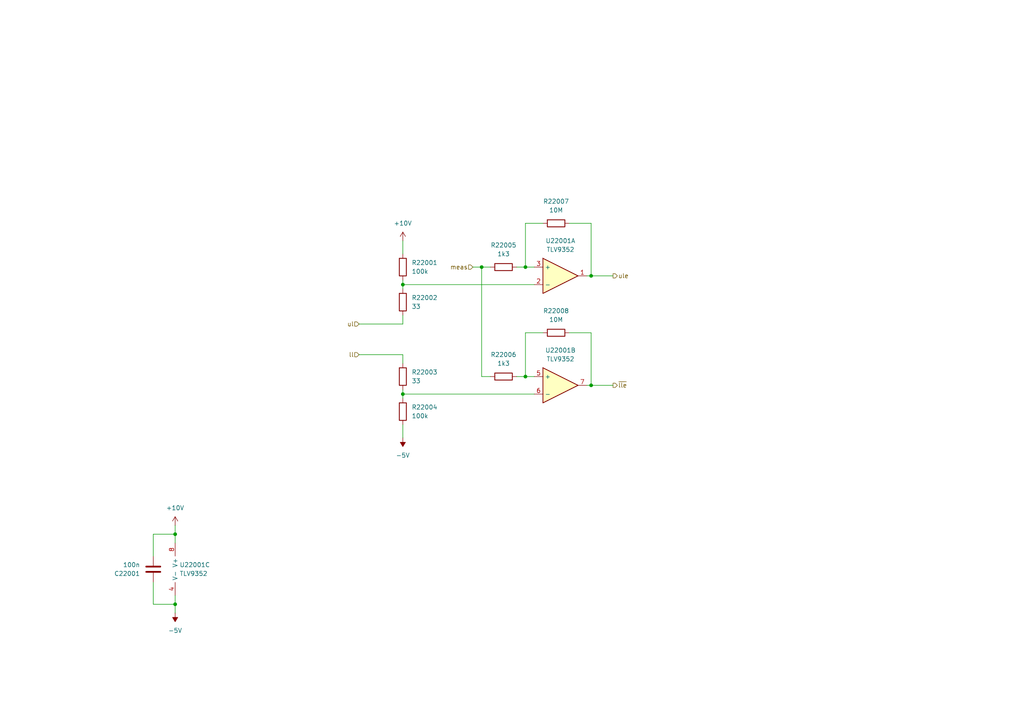
<source format=kicad_sch>
(kicad_sch
	(version 20231120)
	(generator "eeschema")
	(generator_version "8.0")
	(uuid "ae1ebff4-0802-46ce-9771-357455d13324")
	(paper "A4")
	(title_block
		(title "Power Supply Sink")
		(date "2024-10-23")
		(rev "0.4.0")
		(company "Open Battery Tester")
		(comment 1 "Window-Comparator")
	)
	(lib_symbols
		(symbol "pss:+10V"
			(power)
			(pin_numbers hide)
			(pin_names
				(offset 0) hide)
			(exclude_from_sim no)
			(in_bom yes)
			(on_board yes)
			(property "Reference" "#PWR"
				(at 0 -3.81 0)
				(effects
					(font
						(size 1.27 1.27)
					)
					(hide yes)
				)
			)
			(property "Value" "+10V"
				(at 0 3.556 0)
				(effects
					(font
						(size 1.27 1.27)
					)
				)
			)
			(property "Footprint" ""
				(at 0 0 0)
				(effects
					(font
						(size 1.27 1.27)
					)
					(hide yes)
				)
			)
			(property "Datasheet" ""
				(at 0 0 0)
				(effects
					(font
						(size 1.27 1.27)
					)
					(hide yes)
				)
			)
			(property "Description" "Power symbol creates a global label with name \"+10V\""
				(at 0 0 0)
				(effects
					(font
						(size 1.27 1.27)
					)
					(hide yes)
				)
			)
			(property "ki_keywords" "global power"
				(at 0 0 0)
				(effects
					(font
						(size 1.27 1.27)
					)
					(hide yes)
				)
			)
			(symbol "+10V_0_1"
				(polyline
					(pts
						(xy -0.762 1.27) (xy 0 2.54)
					)
					(stroke
						(width 0)
						(type default)
					)
					(fill
						(type none)
					)
				)
				(polyline
					(pts
						(xy 0 0) (xy 0 2.54)
					)
					(stroke
						(width 0)
						(type default)
					)
					(fill
						(type none)
					)
				)
				(polyline
					(pts
						(xy 0 2.54) (xy 0.762 1.27)
					)
					(stroke
						(width 0)
						(type default)
					)
					(fill
						(type none)
					)
				)
			)
			(symbol "+10V_1_1"
				(pin power_in line
					(at 0 0 90)
					(length 0)
					(name "~"
						(effects
							(font
								(size 1.27 1.27)
							)
						)
					)
					(number "1"
						(effects
							(font
								(size 1.27 1.27)
							)
						)
					)
				)
			)
		)
		(symbol "pss:-5V"
			(power)
			(pin_numbers hide)
			(pin_names
				(offset 0) hide)
			(exclude_from_sim no)
			(in_bom yes)
			(on_board yes)
			(property "Reference" "#PWR"
				(at 0 -3.81 0)
				(effects
					(font
						(size 1.27 1.27)
					)
					(hide yes)
				)
			)
			(property "Value" "-5V"
				(at 0 3.556 0)
				(effects
					(font
						(size 1.27 1.27)
					)
				)
			)
			(property "Footprint" ""
				(at 0 0 0)
				(effects
					(font
						(size 1.27 1.27)
					)
					(hide yes)
				)
			)
			(property "Datasheet" ""
				(at 0 0 0)
				(effects
					(font
						(size 1.27 1.27)
					)
					(hide yes)
				)
			)
			(property "Description" "Power symbol creates a global label with name \"-5V\""
				(at 0 0 0)
				(effects
					(font
						(size 1.27 1.27)
					)
					(hide yes)
				)
			)
			(property "ki_keywords" "global power"
				(at 0 0 0)
				(effects
					(font
						(size 1.27 1.27)
					)
					(hide yes)
				)
			)
			(symbol "-5V_0_0"
				(pin power_in line
					(at 0 0 90)
					(length 0)
					(name "~"
						(effects
							(font
								(size 1.27 1.27)
							)
						)
					)
					(number "1"
						(effects
							(font
								(size 1.27 1.27)
							)
						)
					)
				)
			)
			(symbol "-5V_0_1"
				(polyline
					(pts
						(xy 0 0) (xy 0 1.27) (xy 0.762 1.27) (xy 0 2.54) (xy -0.762 1.27) (xy 0 1.27)
					)
					(stroke
						(width 0)
						(type default)
					)
					(fill
						(type outline)
					)
				)
			)
		)
		(symbol "pss:C"
			(pin_numbers hide)
			(pin_names
				(offset 0.254)
			)
			(exclude_from_sim no)
			(in_bom yes)
			(on_board yes)
			(property "Reference" "C"
				(at 0.635 2.54 0)
				(effects
					(font
						(size 1.27 1.27)
					)
					(justify left)
				)
			)
			(property "Value" "C"
				(at 0.635 -2.54 0)
				(effects
					(font
						(size 1.27 1.27)
					)
					(justify left)
				)
			)
			(property "Footprint" ""
				(at 0.9652 -3.81 0)
				(effects
					(font
						(size 1.27 1.27)
					)
					(hide yes)
				)
			)
			(property "Datasheet" "~"
				(at 0 0 0)
				(effects
					(font
						(size 1.27 1.27)
					)
					(hide yes)
				)
			)
			(property "Description" "Unpolarized capacitor"
				(at 0 0 0)
				(effects
					(font
						(size 1.27 1.27)
					)
					(hide yes)
				)
			)
			(property "ki_keywords" "cap capacitor"
				(at 0 0 0)
				(effects
					(font
						(size 1.27 1.27)
					)
					(hide yes)
				)
			)
			(property "ki_fp_filters" "C_*"
				(at 0 0 0)
				(effects
					(font
						(size 1.27 1.27)
					)
					(hide yes)
				)
			)
			(symbol "C_0_1"
				(polyline
					(pts
						(xy -2.032 -0.762) (xy 2.032 -0.762)
					)
					(stroke
						(width 0.508)
						(type default)
					)
					(fill
						(type none)
					)
				)
				(polyline
					(pts
						(xy -2.032 0.762) (xy 2.032 0.762)
					)
					(stroke
						(width 0.508)
						(type default)
					)
					(fill
						(type none)
					)
				)
			)
			(symbol "C_1_1"
				(pin passive line
					(at 0 3.81 270)
					(length 2.794)
					(name "~"
						(effects
							(font
								(size 1.27 1.27)
							)
						)
					)
					(number "1"
						(effects
							(font
								(size 1.27 1.27)
							)
						)
					)
				)
				(pin passive line
					(at 0 -3.81 90)
					(length 2.794)
					(name "~"
						(effects
							(font
								(size 1.27 1.27)
							)
						)
					)
					(number "2"
						(effects
							(font
								(size 1.27 1.27)
							)
						)
					)
				)
			)
		)
		(symbol "pss:Opamp_Dual"
			(exclude_from_sim no)
			(in_bom yes)
			(on_board yes)
			(property "Reference" "U"
				(at 0 5.08 0)
				(effects
					(font
						(size 1.27 1.27)
					)
					(justify left)
				)
			)
			(property "Value" "Opamp_Dual"
				(at 0 -5.08 0)
				(effects
					(font
						(size 1.27 1.27)
					)
					(justify left)
				)
			)
			(property "Footprint" ""
				(at 0 0 0)
				(effects
					(font
						(size 1.27 1.27)
					)
					(hide yes)
				)
			)
			(property "Datasheet" "~"
				(at 0 0 0)
				(effects
					(font
						(size 1.27 1.27)
					)
					(hide yes)
				)
			)
			(property "Description" "Dual operational amplifier"
				(at 0 0 0)
				(effects
					(font
						(size 1.27 1.27)
					)
					(hide yes)
				)
			)
			(property "Sim.Library" "${KICAD7_SYMBOL_DIR}/Simulation_SPICE.sp"
				(at 0 0 0)
				(effects
					(font
						(size 1.27 1.27)
					)
					(hide yes)
				)
			)
			(property "Sim.Name" "kicad_builtin_opamp_dual"
				(at 0 0 0)
				(effects
					(font
						(size 1.27 1.27)
					)
					(hide yes)
				)
			)
			(property "Sim.Device" "SUBCKT"
				(at 0 0 0)
				(effects
					(font
						(size 1.27 1.27)
					)
					(hide yes)
				)
			)
			(property "Sim.Pins" "1=out1 2=in1- 3=in1+ 4=vee 5=in2+ 6=in2- 7=out2 8=vcc"
				(at 0 0 0)
				(effects
					(font
						(size 1.27 1.27)
					)
					(hide yes)
				)
			)
			(property "ki_locked" ""
				(at 0 0 0)
				(effects
					(font
						(size 1.27 1.27)
					)
				)
			)
			(property "ki_keywords" "dual opamp"
				(at 0 0 0)
				(effects
					(font
						(size 1.27 1.27)
					)
					(hide yes)
				)
			)
			(property "ki_fp_filters" "SOIC*3.9x4.9mm*P1.27mm* DIP*W7.62mm* MSOP*3x3mm*P0.65mm* SSOP*2.95x2.8mm*P0.65mm* TSSOP*3x3mm*P0.65mm* VSSOP*P0.5mm* TO?99*"
				(at 0 0 0)
				(effects
					(font
						(size 1.27 1.27)
					)
					(hide yes)
				)
			)
			(symbol "Opamp_Dual_1_1"
				(polyline
					(pts
						(xy -5.08 5.08) (xy 5.08 0) (xy -5.08 -5.08) (xy -5.08 5.08)
					)
					(stroke
						(width 0.254)
						(type default)
					)
					(fill
						(type background)
					)
				)
				(pin output line
					(at 7.62 0 180)
					(length 2.54)
					(name "~"
						(effects
							(font
								(size 1.27 1.27)
							)
						)
					)
					(number "1"
						(effects
							(font
								(size 1.27 1.27)
							)
						)
					)
				)
				(pin input line
					(at -7.62 -2.54 0)
					(length 2.54)
					(name "-"
						(effects
							(font
								(size 1.27 1.27)
							)
						)
					)
					(number "2"
						(effects
							(font
								(size 1.27 1.27)
							)
						)
					)
				)
				(pin input line
					(at -7.62 2.54 0)
					(length 2.54)
					(name "+"
						(effects
							(font
								(size 1.27 1.27)
							)
						)
					)
					(number "3"
						(effects
							(font
								(size 1.27 1.27)
							)
						)
					)
				)
			)
			(symbol "Opamp_Dual_2_1"
				(polyline
					(pts
						(xy -5.08 5.08) (xy 5.08 0) (xy -5.08 -5.08) (xy -5.08 5.08)
					)
					(stroke
						(width 0.254)
						(type default)
					)
					(fill
						(type background)
					)
				)
				(pin input line
					(at -7.62 2.54 0)
					(length 2.54)
					(name "+"
						(effects
							(font
								(size 1.27 1.27)
							)
						)
					)
					(number "5"
						(effects
							(font
								(size 1.27 1.27)
							)
						)
					)
				)
				(pin input line
					(at -7.62 -2.54 0)
					(length 2.54)
					(name "-"
						(effects
							(font
								(size 1.27 1.27)
							)
						)
					)
					(number "6"
						(effects
							(font
								(size 1.27 1.27)
							)
						)
					)
				)
				(pin output line
					(at 7.62 0 180)
					(length 2.54)
					(name "~"
						(effects
							(font
								(size 1.27 1.27)
							)
						)
					)
					(number "7"
						(effects
							(font
								(size 1.27 1.27)
							)
						)
					)
				)
			)
			(symbol "Opamp_Dual_3_1"
				(pin power_in line
					(at -2.54 -7.62 90)
					(length 3.81)
					(name "V-"
						(effects
							(font
								(size 1.27 1.27)
							)
						)
					)
					(number "4"
						(effects
							(font
								(size 1.27 1.27)
							)
						)
					)
				)
				(pin power_in line
					(at -2.54 7.62 270)
					(length 3.81)
					(name "V+"
						(effects
							(font
								(size 1.27 1.27)
							)
						)
					)
					(number "8"
						(effects
							(font
								(size 1.27 1.27)
							)
						)
					)
				)
			)
		)
		(symbol "pss:R"
			(pin_numbers hide)
			(pin_names
				(offset 0)
			)
			(exclude_from_sim no)
			(in_bom yes)
			(on_board yes)
			(property "Reference" "R"
				(at 2.032 0 90)
				(effects
					(font
						(size 1.27 1.27)
					)
				)
			)
			(property "Value" "R"
				(at 0 0 90)
				(effects
					(font
						(size 1.27 1.27)
					)
				)
			)
			(property "Footprint" ""
				(at -1.778 0 90)
				(effects
					(font
						(size 1.27 1.27)
					)
					(hide yes)
				)
			)
			(property "Datasheet" "~"
				(at 0 0 0)
				(effects
					(font
						(size 1.27 1.27)
					)
					(hide yes)
				)
			)
			(property "Description" "Resistor"
				(at 0 0 0)
				(effects
					(font
						(size 1.27 1.27)
					)
					(hide yes)
				)
			)
			(property "ki_keywords" "R res resistor"
				(at 0 0 0)
				(effects
					(font
						(size 1.27 1.27)
					)
					(hide yes)
				)
			)
			(property "ki_fp_filters" "R_*"
				(at 0 0 0)
				(effects
					(font
						(size 1.27 1.27)
					)
					(hide yes)
				)
			)
			(symbol "R_0_1"
				(rectangle
					(start -1.016 -2.54)
					(end 1.016 2.54)
					(stroke
						(width 0.254)
						(type default)
					)
					(fill
						(type none)
					)
				)
			)
			(symbol "R_1_1"
				(pin passive line
					(at 0 3.81 270)
					(length 1.27)
					(name "~"
						(effects
							(font
								(size 1.27 1.27)
							)
						)
					)
					(number "1"
						(effects
							(font
								(size 1.27 1.27)
							)
						)
					)
				)
				(pin passive line
					(at 0 -3.81 90)
					(length 1.27)
					(name "~"
						(effects
							(font
								(size 1.27 1.27)
							)
						)
					)
					(number "2"
						(effects
							(font
								(size 1.27 1.27)
							)
						)
					)
				)
			)
		)
	)
	(junction
		(at 116.84 114.3)
		(diameter 0)
		(color 0 0 0 0)
		(uuid "03333c95-8f1e-4b3c-a695-fc92bd5ecfe1")
	)
	(junction
		(at 50.8 175.26)
		(diameter 0)
		(color 0 0 0 0)
		(uuid "10c004fd-773a-4c4b-ba30-44f8a0e3912a")
	)
	(junction
		(at 171.45 111.76)
		(diameter 0)
		(color 0 0 0 0)
		(uuid "3511961e-a326-442d-b26e-c68405ac2f06")
	)
	(junction
		(at 152.4 109.22)
		(diameter 0)
		(color 0 0 0 0)
		(uuid "5a5ad3bc-20fc-4285-b21c-afc86e5609d7")
	)
	(junction
		(at 171.45 80.01)
		(diameter 0)
		(color 0 0 0 0)
		(uuid "78b0e660-5a2e-4e20-be25-f19950f338db")
	)
	(junction
		(at 139.7 77.47)
		(diameter 0)
		(color 0 0 0 0)
		(uuid "845a89c5-e43a-444c-8cca-3bba87f29fd9")
	)
	(junction
		(at 116.84 82.55)
		(diameter 0)
		(color 0 0 0 0)
		(uuid "d9b98f10-fd9f-4502-b93b-7733e70b3ca6")
	)
	(junction
		(at 50.8 154.94)
		(diameter 0)
		(color 0 0 0 0)
		(uuid "fa5f7131-1df0-4eaf-aee1-993a25a45038")
	)
	(junction
		(at 152.4 77.47)
		(diameter 0)
		(color 0 0 0 0)
		(uuid "fbe935a7-d7c9-4b7e-ab53-8f5f4db0f10d")
	)
	(wire
		(pts
			(xy 139.7 77.47) (xy 142.24 77.47)
		)
		(stroke
			(width 0)
			(type default)
		)
		(uuid "04153775-b4da-4f3d-a118-3cf0a03114e1")
	)
	(wire
		(pts
			(xy 116.84 102.87) (xy 116.84 105.41)
		)
		(stroke
			(width 0)
			(type default)
		)
		(uuid "2d7a9f6c-4e94-492c-9ce9-e73f9b3993dc")
	)
	(wire
		(pts
			(xy 116.84 123.19) (xy 116.84 127)
		)
		(stroke
			(width 0)
			(type default)
		)
		(uuid "2e42aa77-33e7-489d-8df4-22babf3c9677")
	)
	(wire
		(pts
			(xy 142.24 109.22) (xy 139.7 109.22)
		)
		(stroke
			(width 0)
			(type default)
		)
		(uuid "376a2625-38dc-48bb-8ca5-65b72ed79e6d")
	)
	(wire
		(pts
			(xy 171.45 80.01) (xy 177.8 80.01)
		)
		(stroke
			(width 0)
			(type default)
		)
		(uuid "4ba3abab-68c6-4577-b9f5-bb4688e7150e")
	)
	(wire
		(pts
			(xy 165.1 96.52) (xy 171.45 96.52)
		)
		(stroke
			(width 0)
			(type default)
		)
		(uuid "4c270a56-f632-4e1e-987c-2a85fe00e320")
	)
	(wire
		(pts
			(xy 171.45 80.01) (xy 170.18 80.01)
		)
		(stroke
			(width 0)
			(type default)
		)
		(uuid "4f1a4e8f-3a15-4059-9d93-ad443c05d31e")
	)
	(wire
		(pts
			(xy 171.45 96.52) (xy 171.45 111.76)
		)
		(stroke
			(width 0)
			(type default)
		)
		(uuid "511c94e2-d61b-452e-a835-4117e6d10ef7")
	)
	(wire
		(pts
			(xy 149.86 77.47) (xy 152.4 77.47)
		)
		(stroke
			(width 0)
			(type default)
		)
		(uuid "5a69e842-7943-4838-8f45-cfdafbc2fe0e")
	)
	(wire
		(pts
			(xy 50.8 175.26) (xy 50.8 177.8)
		)
		(stroke
			(width 0)
			(type default)
		)
		(uuid "636c47ac-f803-4bed-ad1f-7ad7d44ffe2b")
	)
	(wire
		(pts
			(xy 157.48 64.77) (xy 152.4 64.77)
		)
		(stroke
			(width 0)
			(type default)
		)
		(uuid "64590726-eda0-4e13-8b3e-25eee9947a81")
	)
	(wire
		(pts
			(xy 50.8 152.4) (xy 50.8 154.94)
		)
		(stroke
			(width 0)
			(type default)
		)
		(uuid "6623b12c-707d-4b39-8c47-60f871abf4fe")
	)
	(wire
		(pts
			(xy 152.4 109.22) (xy 154.94 109.22)
		)
		(stroke
			(width 0)
			(type default)
		)
		(uuid "69b0b917-2f12-479c-b859-16ce8690d584")
	)
	(wire
		(pts
			(xy 152.4 64.77) (xy 152.4 77.47)
		)
		(stroke
			(width 0)
			(type default)
		)
		(uuid "71677361-19de-47db-a2b9-22a3ebca1249")
	)
	(wire
		(pts
			(xy 116.84 114.3) (xy 154.94 114.3)
		)
		(stroke
			(width 0)
			(type default)
		)
		(uuid "821b8455-a9b2-41a1-8906-6d8490cfb317")
	)
	(wire
		(pts
			(xy 44.45 154.94) (xy 50.8 154.94)
		)
		(stroke
			(width 0)
			(type default)
		)
		(uuid "83186cf4-9fcc-43e9-8cac-9fa842c47278")
	)
	(wire
		(pts
			(xy 50.8 154.94) (xy 50.8 157.48)
		)
		(stroke
			(width 0)
			(type default)
		)
		(uuid "8dd09496-3858-4a64-8226-ead1c08dde34")
	)
	(wire
		(pts
			(xy 116.84 69.85) (xy 116.84 73.66)
		)
		(stroke
			(width 0)
			(type default)
		)
		(uuid "a181a0d8-9564-4a3d-8f5a-4775a6734748")
	)
	(wire
		(pts
			(xy 44.45 175.26) (xy 50.8 175.26)
		)
		(stroke
			(width 0)
			(type default)
		)
		(uuid "a1852a26-dda9-48b9-9281-2065ee886c9b")
	)
	(wire
		(pts
			(xy 44.45 168.91) (xy 44.45 175.26)
		)
		(stroke
			(width 0)
			(type default)
		)
		(uuid "a6d77dbb-dca9-49c4-95d6-4baad5ab78ef")
	)
	(wire
		(pts
			(xy 104.14 93.98) (xy 116.84 93.98)
		)
		(stroke
			(width 0)
			(type default)
		)
		(uuid "ab1dde44-eec6-465a-b208-4e604da6c28e")
	)
	(wire
		(pts
			(xy 116.84 93.98) (xy 116.84 91.44)
		)
		(stroke
			(width 0)
			(type default)
		)
		(uuid "ac4aa193-8e4e-4681-b7d8-b5ccd7c7672f")
	)
	(wire
		(pts
			(xy 154.94 82.55) (xy 116.84 82.55)
		)
		(stroke
			(width 0)
			(type default)
		)
		(uuid "b23a6bb8-516a-4212-a31f-cf3c699bf589")
	)
	(wire
		(pts
			(xy 116.84 114.3) (xy 116.84 115.57)
		)
		(stroke
			(width 0)
			(type default)
		)
		(uuid "b3617eeb-9259-47b2-bbb8-e0d651fb1842")
	)
	(wire
		(pts
			(xy 171.45 64.77) (xy 171.45 80.01)
		)
		(stroke
			(width 0)
			(type default)
		)
		(uuid "b826e335-f122-47cc-9272-7987df213d44")
	)
	(wire
		(pts
			(xy 44.45 161.29) (xy 44.45 154.94)
		)
		(stroke
			(width 0)
			(type default)
		)
		(uuid "bddc4f3c-bdcd-489d-872f-fe21b154629f")
	)
	(wire
		(pts
			(xy 116.84 81.28) (xy 116.84 82.55)
		)
		(stroke
			(width 0)
			(type default)
		)
		(uuid "bea97835-bd54-4ee4-9a55-20979e3734d7")
	)
	(wire
		(pts
			(xy 157.48 96.52) (xy 152.4 96.52)
		)
		(stroke
			(width 0)
			(type default)
		)
		(uuid "c29093f3-6d69-4525-be16-cb9c6d7d9c41")
	)
	(wire
		(pts
			(xy 116.84 82.55) (xy 116.84 83.82)
		)
		(stroke
			(width 0)
			(type default)
		)
		(uuid "cb303680-a139-41e0-8d46-45e8faab8ea0")
	)
	(wire
		(pts
			(xy 152.4 77.47) (xy 154.94 77.47)
		)
		(stroke
			(width 0)
			(type default)
		)
		(uuid "ce4f1fd7-0229-4d0e-9419-e69798329f01")
	)
	(wire
		(pts
			(xy 165.1 64.77) (xy 171.45 64.77)
		)
		(stroke
			(width 0)
			(type default)
		)
		(uuid "d2c92ac8-6295-4b10-8a4d-79dc114c3578")
	)
	(wire
		(pts
			(xy 137.16 77.47) (xy 139.7 77.47)
		)
		(stroke
			(width 0)
			(type default)
		)
		(uuid "d71012d2-e357-4885-84a3-59db86e9b945")
	)
	(wire
		(pts
			(xy 50.8 172.72) (xy 50.8 175.26)
		)
		(stroke
			(width 0)
			(type default)
		)
		(uuid "e369c9bb-e876-4468-91ad-e2b003403ae7")
	)
	(wire
		(pts
			(xy 104.14 102.87) (xy 116.84 102.87)
		)
		(stroke
			(width 0)
			(type default)
		)
		(uuid "e36c8945-ca5b-4b2a-814a-78118d92f007")
	)
	(wire
		(pts
			(xy 149.86 109.22) (xy 152.4 109.22)
		)
		(stroke
			(width 0)
			(type default)
		)
		(uuid "ee99ee50-1b36-484e-9259-335c9b7e981a")
	)
	(wire
		(pts
			(xy 152.4 96.52) (xy 152.4 109.22)
		)
		(stroke
			(width 0)
			(type default)
		)
		(uuid "f37333f6-9f4c-4bfc-97ae-f939ff1dde33")
	)
	(wire
		(pts
			(xy 170.18 111.76) (xy 171.45 111.76)
		)
		(stroke
			(width 0)
			(type default)
		)
		(uuid "f7f922e8-4e87-4550-a345-7b553db29007")
	)
	(wire
		(pts
			(xy 171.45 111.76) (xy 177.8 111.76)
		)
		(stroke
			(width 0)
			(type default)
		)
		(uuid "ff0d239c-c17d-465d-bbd5-bf626f195d9f")
	)
	(wire
		(pts
			(xy 116.84 113.03) (xy 116.84 114.3)
		)
		(stroke
			(width 0)
			(type default)
		)
		(uuid "ff5a806b-0fba-4945-bacb-622bf33474d4")
	)
	(wire
		(pts
			(xy 139.7 77.47) (xy 139.7 109.22)
		)
		(stroke
			(width 0)
			(type default)
		)
		(uuid "ffd746e0-0b5a-4bea-9c97-686d3d85c2af")
	)
	(hierarchical_label "ll"
		(shape input)
		(at 104.14 102.87 180)
		(fields_autoplaced yes)
		(effects
			(font
				(size 1.27 1.27)
			)
			(justify right)
		)
		(uuid "05121cf2-04f5-45ed-9e51-610578b103fe")
	)
	(hierarchical_label "ul"
		(shape input)
		(at 104.14 93.98 180)
		(fields_autoplaced yes)
		(effects
			(font
				(size 1.27 1.27)
			)
			(justify right)
		)
		(uuid "11a26c67-985d-427a-a28e-16373a415444")
	)
	(hierarchical_label "ule"
		(shape output)
		(at 177.8 80.01 0)
		(fields_autoplaced yes)
		(effects
			(font
				(size 1.27 1.27)
			)
			(justify left)
		)
		(uuid "14a23796-b289-4acc-a151-414415361262")
	)
	(hierarchical_label "meas"
		(shape input)
		(at 137.16 77.47 180)
		(fields_autoplaced yes)
		(effects
			(font
				(size 1.27 1.27)
			)
			(justify right)
		)
		(uuid "2463793b-de2a-4eeb-a2d9-66a563e40bc7")
	)
	(hierarchical_label "~{lle}"
		(shape output)
		(at 177.8 111.76 0)
		(fields_autoplaced yes)
		(effects
			(font
				(size 1.27 1.27)
			)
			(justify left)
		)
		(uuid "f6f7d9b0-2306-495b-a18d-ff37a3cb87ef")
	)
	(symbol
		(lib_id "pss:R")
		(at 116.84 119.38 0)
		(unit 1)
		(exclude_from_sim no)
		(in_bom yes)
		(on_board yes)
		(dnp no)
		(fields_autoplaced yes)
		(uuid "08418c49-f7c2-4c7e-8227-a7b8d7048a5a")
		(property "Reference" "R22004"
			(at 119.38 118.1099 0)
			(effects
				(font
					(size 1.27 1.27)
				)
				(justify left)
			)
		)
		(property "Value" "100k"
			(at 119.38 120.6499 0)
			(effects
				(font
					(size 1.27 1.27)
				)
				(justify left)
			)
		)
		(property "Footprint" "Resistor_SMD:R_1210_3225Metric_Pad1.30x2.65mm_HandSolder"
			(at 115.062 119.38 90)
			(effects
				(font
					(size 1.27 1.27)
				)
				(hide yes)
			)
		)
		(property "Datasheet" "https://www.mouser.de/datasheet/2/447/YAGEO_PYu_RC_Group_51_RoHS_L_12-3313492.pdf"
			(at 116.84 119.38 0)
			(effects
				(font
					(size 1.27 1.27)
				)
				(hide yes)
			)
		)
		(property "Description" "Resistor"
			(at 116.84 119.38 0)
			(effects
				(font
					(size 1.27 1.27)
				)
				(hide yes)
			)
		)
		(property "MPN" "RC1210FR-07100KL"
			(at 116.84 119.38 0)
			(effects
				(font
					(size 1.27 1.27)
				)
				(hide yes)
			)
		)
		(property "VPN" "603-RC1210FR-07100KL"
			(at 116.84 119.38 0)
			(effects
				(font
					(size 1.27 1.27)
				)
				(hide yes)
			)
		)
		(pin "1"
			(uuid "c8099c8b-d578-40c3-a784-038142aa4ce9")
		)
		(pin "2"
			(uuid "788b5cac-2007-48aa-948a-38ea113ebf33")
		)
		(instances
			(project "pss"
				(path "/3c438cf7-9350-4e9f-8115-1deba8984176/baf2b2d2-d00c-49d3-b247-1b42c69022b3/f0ffd999-21e1-4ecc-97cc-621dfe88791c/854e83c3-d665-4da7-a2c9-4ae5fb1019c9/e65c3b78-3b2b-4f8a-bb92-3808512b49dd"
					(reference "R22004")
					(unit 1)
				)
			)
		)
	)
	(symbol
		(lib_id "pss:R")
		(at 161.29 64.77 90)
		(unit 1)
		(exclude_from_sim no)
		(in_bom yes)
		(on_board yes)
		(dnp no)
		(fields_autoplaced yes)
		(uuid "0ba06a1a-cbf0-4d81-bc73-5e636438f0fc")
		(property "Reference" "R22007"
			(at 161.29 58.42 90)
			(effects
				(font
					(size 1.27 1.27)
				)
			)
		)
		(property "Value" "10M"
			(at 161.29 60.96 90)
			(effects
				(font
					(size 1.27 1.27)
				)
			)
		)
		(property "Footprint" "Resistor_SMD:R_1210_3225Metric_Pad1.30x2.65mm_HandSolder"
			(at 161.29 66.548 90)
			(effects
				(font
					(size 1.27 1.27)
				)
				(hide yes)
			)
		)
		(property "Datasheet" "https://www.mouser.de/datasheet/2/447/YAGEO_PYu_RC_Group_51_RoHS_L_12-3313492.pdf"
			(at 161.29 64.77 0)
			(effects
				(font
					(size 1.27 1.27)
				)
				(hide yes)
			)
		)
		(property "Description" "Resistor"
			(at 161.29 64.77 0)
			(effects
				(font
					(size 1.27 1.27)
				)
				(hide yes)
			)
		)
		(property "MPN" "RC1210FR-0710ML"
			(at 161.29 64.77 0)
			(effects
				(font
					(size 1.27 1.27)
				)
				(hide yes)
			)
		)
		(property "VPN" "603-RC1210FR-0710ML"
			(at 161.29 64.77 0)
			(effects
				(font
					(size 1.27 1.27)
				)
				(hide yes)
			)
		)
		(pin "1"
			(uuid "0e9b1fa7-d110-447a-a745-504727d52988")
		)
		(pin "2"
			(uuid "b7a0907e-03e8-42a7-9a60-1c09d1a2553d")
		)
		(instances
			(project "pss"
				(path "/3c438cf7-9350-4e9f-8115-1deba8984176/baf2b2d2-d00c-49d3-b247-1b42c69022b3/f0ffd999-21e1-4ecc-97cc-621dfe88791c/854e83c3-d665-4da7-a2c9-4ae5fb1019c9/e65c3b78-3b2b-4f8a-bb92-3808512b49dd"
					(reference "R22007")
					(unit 1)
				)
			)
		)
	)
	(symbol
		(lib_id "pss:+10V")
		(at 50.8 152.4 0)
		(unit 1)
		(exclude_from_sim no)
		(in_bom yes)
		(on_board yes)
		(dnp no)
		(fields_autoplaced yes)
		(uuid "1fbbb81f-96a6-4748-ae06-6e9e902708d5")
		(property "Reference" "#PWR022003"
			(at 50.8 156.21 0)
			(effects
				(font
					(size 1.27 1.27)
				)
				(hide yes)
			)
		)
		(property "Value" "+10V"
			(at 50.8 147.32 0)
			(effects
				(font
					(size 1.27 1.27)
				)
			)
		)
		(property "Footprint" ""
			(at 50.8 152.4 0)
			(effects
				(font
					(size 1.27 1.27)
				)
				(hide yes)
			)
		)
		(property "Datasheet" ""
			(at 50.8 152.4 0)
			(effects
				(font
					(size 1.27 1.27)
				)
				(hide yes)
			)
		)
		(property "Description" "Power symbol creates a global label with name \"+10V\""
			(at 50.8 152.4 0)
			(effects
				(font
					(size 1.27 1.27)
				)
				(hide yes)
			)
		)
		(pin "1"
			(uuid "18ce69e0-fdb5-4db0-be00-fc61439bf4d2")
		)
		(instances
			(project "pss"
				(path "/3c438cf7-9350-4e9f-8115-1deba8984176/baf2b2d2-d00c-49d3-b247-1b42c69022b3/f0ffd999-21e1-4ecc-97cc-621dfe88791c/854e83c3-d665-4da7-a2c9-4ae5fb1019c9/e65c3b78-3b2b-4f8a-bb92-3808512b49dd"
					(reference "#PWR022003")
					(unit 1)
				)
			)
		)
	)
	(symbol
		(lib_id "pss:R")
		(at 116.84 77.47 0)
		(unit 1)
		(exclude_from_sim no)
		(in_bom yes)
		(on_board yes)
		(dnp no)
		(fields_autoplaced yes)
		(uuid "2924a715-2d09-4c2f-ba31-cdbe67390744")
		(property "Reference" "R22001"
			(at 119.38 76.1999 0)
			(effects
				(font
					(size 1.27 1.27)
				)
				(justify left)
			)
		)
		(property "Value" "100k"
			(at 119.38 78.7399 0)
			(effects
				(font
					(size 1.27 1.27)
				)
				(justify left)
			)
		)
		(property "Footprint" "Resistor_SMD:R_1210_3225Metric_Pad1.30x2.65mm_HandSolder"
			(at 115.062 77.47 90)
			(effects
				(font
					(size 1.27 1.27)
				)
				(hide yes)
			)
		)
		(property "Datasheet" "https://www.mouser.de/datasheet/2/447/YAGEO_PYu_RC_Group_51_RoHS_L_12-3313492.pdf"
			(at 116.84 77.47 0)
			(effects
				(font
					(size 1.27 1.27)
				)
				(hide yes)
			)
		)
		(property "Description" "Resistor"
			(at 116.84 77.47 0)
			(effects
				(font
					(size 1.27 1.27)
				)
				(hide yes)
			)
		)
		(property "MPN" "RC1210FR-07100KL"
			(at 116.84 77.47 0)
			(effects
				(font
					(size 1.27 1.27)
				)
				(hide yes)
			)
		)
		(property "VPN" "603-RC1210FR-07100KL"
			(at 116.84 77.47 0)
			(effects
				(font
					(size 1.27 1.27)
				)
				(hide yes)
			)
		)
		(pin "1"
			(uuid "897405f5-6412-4554-8ec8-97280bfb0454")
		)
		(pin "2"
			(uuid "e672bdb3-0c34-4a19-9a3b-424f0d6b9133")
		)
		(instances
			(project "pss"
				(path "/3c438cf7-9350-4e9f-8115-1deba8984176/baf2b2d2-d00c-49d3-b247-1b42c69022b3/f0ffd999-21e1-4ecc-97cc-621dfe88791c/854e83c3-d665-4da7-a2c9-4ae5fb1019c9/e65c3b78-3b2b-4f8a-bb92-3808512b49dd"
					(reference "R22001")
					(unit 1)
				)
			)
		)
	)
	(symbol
		(lib_id "pss:C")
		(at 44.45 165.1 180)
		(unit 1)
		(exclude_from_sim no)
		(in_bom yes)
		(on_board yes)
		(dnp no)
		(uuid "5fa2e8af-fc23-4fe7-9c60-4af36430b439")
		(property "Reference" "C22001"
			(at 40.64 166.3701 0)
			(effects
				(font
					(size 1.27 1.27)
				)
				(justify left)
			)
		)
		(property "Value" "100n"
			(at 40.64 163.8301 0)
			(effects
				(font
					(size 1.27 1.27)
				)
				(justify left)
			)
		)
		(property "Footprint" "Capacitor_SMD:C_0805_2012Metric_Pad1.18x1.45mm_HandSolder"
			(at 43.4848 161.29 0)
			(effects
				(font
					(size 1.27 1.27)
				)
				(hide yes)
			)
		)
		(property "Datasheet" "https://www.mouser.de/datasheet/2/447/KEM_C1002_X7R_SMD-3316098.pdf"
			(at 44.45 165.1 0)
			(effects
				(font
					(size 1.27 1.27)
				)
				(hide yes)
			)
		)
		(property "Description" "Unpolarized capacitor"
			(at 44.45 165.1 0)
			(effects
				(font
					(size 1.27 1.27)
				)
				(hide yes)
			)
		)
		(property "MPN" "C0805C104K3RACTU"
			(at 44.45 165.1 0)
			(effects
				(font
					(size 1.27 1.27)
				)
				(hide yes)
			)
		)
		(property "VPN" "80-C0805C104K3R"
			(at 44.45 165.1 0)
			(effects
				(font
					(size 1.27 1.27)
				)
				(hide yes)
			)
		)
		(pin "1"
			(uuid "58c55f07-257f-4f6a-925b-5d95877169dc")
		)
		(pin "2"
			(uuid "3a31688a-0ab9-401a-91a8-684f2a21a08f")
		)
		(instances
			(project "pss"
				(path "/3c438cf7-9350-4e9f-8115-1deba8984176/baf2b2d2-d00c-49d3-b247-1b42c69022b3/f0ffd999-21e1-4ecc-97cc-621dfe88791c/854e83c3-d665-4da7-a2c9-4ae5fb1019c9/e65c3b78-3b2b-4f8a-bb92-3808512b49dd"
					(reference "C22001")
					(unit 1)
				)
			)
		)
	)
	(symbol
		(lib_id "pss:R")
		(at 146.05 109.22 90)
		(unit 1)
		(exclude_from_sim no)
		(in_bom yes)
		(on_board yes)
		(dnp no)
		(fields_autoplaced yes)
		(uuid "6fefc66e-756c-493d-aa4a-c701d2762715")
		(property "Reference" "R22006"
			(at 146.05 102.87 90)
			(effects
				(font
					(size 1.27 1.27)
				)
			)
		)
		(property "Value" "1k3"
			(at 146.05 105.41 90)
			(effects
				(font
					(size 1.27 1.27)
				)
			)
		)
		(property "Footprint" "Resistor_SMD:R_1210_3225Metric_Pad1.30x2.65mm_HandSolder"
			(at 146.05 110.998 90)
			(effects
				(font
					(size 1.27 1.27)
				)
				(hide yes)
			)
		)
		(property "Datasheet" "https://www.mouser.de/datasheet/2/447/YAGEO_PYu_RC_Group_51_RoHS_L_12-3313492.pdf"
			(at 146.05 109.22 0)
			(effects
				(font
					(size 1.27 1.27)
				)
				(hide yes)
			)
		)
		(property "Description" "Resistor"
			(at 146.05 109.22 0)
			(effects
				(font
					(size 1.27 1.27)
				)
				(hide yes)
			)
		)
		(property "MPN" "RC1210FR-071K3L"
			(at 146.05 109.22 0)
			(effects
				(font
					(size 1.27 1.27)
				)
				(hide yes)
			)
		)
		(property "VPN" "603-RC1210FR-071K3L"
			(at 146.05 109.22 0)
			(effects
				(font
					(size 1.27 1.27)
				)
				(hide yes)
			)
		)
		(pin "1"
			(uuid "950f9edb-93f0-4c93-9a11-1c037271ec94")
		)
		(pin "2"
			(uuid "198352be-c2aa-4c9f-9d56-3c14febc4612")
		)
		(instances
			(project "pss"
				(path "/3c438cf7-9350-4e9f-8115-1deba8984176/baf2b2d2-d00c-49d3-b247-1b42c69022b3/f0ffd999-21e1-4ecc-97cc-621dfe88791c/854e83c3-d665-4da7-a2c9-4ae5fb1019c9/e65c3b78-3b2b-4f8a-bb92-3808512b49dd"
					(reference "R22006")
					(unit 1)
				)
			)
		)
	)
	(symbol
		(lib_id "pss:-5V")
		(at 116.84 127 180)
		(unit 1)
		(exclude_from_sim no)
		(in_bom yes)
		(on_board yes)
		(dnp no)
		(fields_autoplaced yes)
		(uuid "71574975-5683-41dd-817e-392471c45fa7")
		(property "Reference" "#PWR022002"
			(at 116.84 123.19 0)
			(effects
				(font
					(size 1.27 1.27)
				)
				(hide yes)
			)
		)
		(property "Value" "-5V"
			(at 116.84 132.08 0)
			(effects
				(font
					(size 1.27 1.27)
				)
			)
		)
		(property "Footprint" ""
			(at 116.84 127 0)
			(effects
				(font
					(size 1.27 1.27)
				)
				(hide yes)
			)
		)
		(property "Datasheet" ""
			(at 116.84 127 0)
			(effects
				(font
					(size 1.27 1.27)
				)
				(hide yes)
			)
		)
		(property "Description" "Power symbol creates a global label with name \"-5V\""
			(at 116.84 127 0)
			(effects
				(font
					(size 1.27 1.27)
				)
				(hide yes)
			)
		)
		(pin "1"
			(uuid "86298f3a-2b13-4f7f-a068-c8e02d4932da")
		)
		(instances
			(project "pss"
				(path "/3c438cf7-9350-4e9f-8115-1deba8984176/baf2b2d2-d00c-49d3-b247-1b42c69022b3/f0ffd999-21e1-4ecc-97cc-621dfe88791c/854e83c3-d665-4da7-a2c9-4ae5fb1019c9/e65c3b78-3b2b-4f8a-bb92-3808512b49dd"
					(reference "#PWR022002")
					(unit 1)
				)
			)
		)
	)
	(symbol
		(lib_id "pss:R")
		(at 161.29 96.52 90)
		(unit 1)
		(exclude_from_sim no)
		(in_bom yes)
		(on_board yes)
		(dnp no)
		(fields_autoplaced yes)
		(uuid "72887f2f-ebfe-4b6f-8386-dc4944233856")
		(property "Reference" "R22008"
			(at 161.29 90.17 90)
			(effects
				(font
					(size 1.27 1.27)
				)
			)
		)
		(property "Value" "10M"
			(at 161.29 92.71 90)
			(effects
				(font
					(size 1.27 1.27)
				)
			)
		)
		(property "Footprint" "Resistor_SMD:R_1210_3225Metric_Pad1.30x2.65mm_HandSolder"
			(at 161.29 98.298 90)
			(effects
				(font
					(size 1.27 1.27)
				)
				(hide yes)
			)
		)
		(property "Datasheet" "https://www.mouser.de/datasheet/2/447/YAGEO_PYu_RC_Group_51_RoHS_L_12-3313492.pdf"
			(at 161.29 96.52 0)
			(effects
				(font
					(size 1.27 1.27)
				)
				(hide yes)
			)
		)
		(property "Description" "Resistor"
			(at 161.29 96.52 0)
			(effects
				(font
					(size 1.27 1.27)
				)
				(hide yes)
			)
		)
		(property "MPN" "RC1210FR-0710ML"
			(at 161.29 96.52 0)
			(effects
				(font
					(size 1.27 1.27)
				)
				(hide yes)
			)
		)
		(property "VPN" "603-RC1210FR-0710ML"
			(at 161.29 96.52 0)
			(effects
				(font
					(size 1.27 1.27)
				)
				(hide yes)
			)
		)
		(pin "1"
			(uuid "c7eb3544-b361-4f5f-a5fb-9e4c7d3cbde7")
		)
		(pin "2"
			(uuid "d7492177-c7a0-4452-a556-31a1d722dc33")
		)
		(instances
			(project "pss"
				(path "/3c438cf7-9350-4e9f-8115-1deba8984176/baf2b2d2-d00c-49d3-b247-1b42c69022b3/f0ffd999-21e1-4ecc-97cc-621dfe88791c/854e83c3-d665-4da7-a2c9-4ae5fb1019c9/e65c3b78-3b2b-4f8a-bb92-3808512b49dd"
					(reference "R22008")
					(unit 1)
				)
			)
		)
	)
	(symbol
		(lib_id "pss:R")
		(at 116.84 87.63 0)
		(unit 1)
		(exclude_from_sim no)
		(in_bom yes)
		(on_board yes)
		(dnp no)
		(fields_autoplaced yes)
		(uuid "9f639551-5a6a-4e20-ae8b-2ed1dc787a46")
		(property "Reference" "R22002"
			(at 119.38 86.3599 0)
			(effects
				(font
					(size 1.27 1.27)
				)
				(justify left)
			)
		)
		(property "Value" "33"
			(at 119.38 88.8999 0)
			(effects
				(font
					(size 1.27 1.27)
				)
				(justify left)
			)
		)
		(property "Footprint" "Resistor_SMD:R_1210_3225Metric_Pad1.30x2.65mm_HandSolder"
			(at 115.062 87.63 90)
			(effects
				(font
					(size 1.27 1.27)
				)
				(hide yes)
			)
		)
		(property "Datasheet" "https://www.mouser.de/datasheet/2/447/YAGEO_PYu_RC_Group_51_RoHS_L_12-3313492.pdf"
			(at 116.84 87.63 0)
			(effects
				(font
					(size 1.27 1.27)
				)
				(hide yes)
			)
		)
		(property "Description" "Resistor"
			(at 116.84 87.63 0)
			(effects
				(font
					(size 1.27 1.27)
				)
				(hide yes)
			)
		)
		(property "MPN" "RC1210FR-0733RL"
			(at 116.84 87.63 0)
			(effects
				(font
					(size 1.27 1.27)
				)
				(hide yes)
			)
		)
		(property "VPN" "603-RC1210FR-0733RL"
			(at 116.84 87.63 0)
			(effects
				(font
					(size 1.27 1.27)
				)
				(hide yes)
			)
		)
		(pin "1"
			(uuid "00c25a6e-afb3-4921-a706-8935950a31ab")
		)
		(pin "2"
			(uuid "eac3683b-3272-405e-ad3a-337e9fd947a9")
		)
		(instances
			(project "pss"
				(path "/3c438cf7-9350-4e9f-8115-1deba8984176/baf2b2d2-d00c-49d3-b247-1b42c69022b3/f0ffd999-21e1-4ecc-97cc-621dfe88791c/854e83c3-d665-4da7-a2c9-4ae5fb1019c9/e65c3b78-3b2b-4f8a-bb92-3808512b49dd"
					(reference "R22002")
					(unit 1)
				)
			)
		)
	)
	(symbol
		(lib_id "pss:R")
		(at 116.84 109.22 0)
		(unit 1)
		(exclude_from_sim no)
		(in_bom yes)
		(on_board yes)
		(dnp no)
		(fields_autoplaced yes)
		(uuid "a1fc0cc3-503a-417b-9708-dc53a77a648b")
		(property "Reference" "R22003"
			(at 119.38 107.9499 0)
			(effects
				(font
					(size 1.27 1.27)
				)
				(justify left)
			)
		)
		(property "Value" "33"
			(at 119.38 110.4899 0)
			(effects
				(font
					(size 1.27 1.27)
				)
				(justify left)
			)
		)
		(property "Footprint" "Resistor_SMD:R_1210_3225Metric_Pad1.30x2.65mm_HandSolder"
			(at 115.062 109.22 90)
			(effects
				(font
					(size 1.27 1.27)
				)
				(hide yes)
			)
		)
		(property "Datasheet" "https://www.mouser.de/datasheet/2/447/YAGEO_PYu_RC_Group_51_RoHS_L_12-3313492.pdf"
			(at 116.84 109.22 0)
			(effects
				(font
					(size 1.27 1.27)
				)
				(hide yes)
			)
		)
		(property "Description" "Resistor"
			(at 116.84 109.22 0)
			(effects
				(font
					(size 1.27 1.27)
				)
				(hide yes)
			)
		)
		(property "MPN" "RC1210FR-0733RL"
			(at 116.84 109.22 0)
			(effects
				(font
					(size 1.27 1.27)
				)
				(hide yes)
			)
		)
		(property "VPN" "603-RC1210FR-0733RL"
			(at 116.84 109.22 0)
			(effects
				(font
					(size 1.27 1.27)
				)
				(hide yes)
			)
		)
		(pin "1"
			(uuid "aac607d9-f5a2-4da2-b5f1-66c608c321fc")
		)
		(pin "2"
			(uuid "02507cfd-b0de-4a20-916c-873afff98cbb")
		)
		(instances
			(project "pss"
				(path "/3c438cf7-9350-4e9f-8115-1deba8984176/baf2b2d2-d00c-49d3-b247-1b42c69022b3/f0ffd999-21e1-4ecc-97cc-621dfe88791c/854e83c3-d665-4da7-a2c9-4ae5fb1019c9/e65c3b78-3b2b-4f8a-bb92-3808512b49dd"
					(reference "R22003")
					(unit 1)
				)
			)
		)
	)
	(symbol
		(lib_id "pss:R")
		(at 146.05 77.47 90)
		(unit 1)
		(exclude_from_sim no)
		(in_bom yes)
		(on_board yes)
		(dnp no)
		(fields_autoplaced yes)
		(uuid "a4bfcfa1-0bf2-43a9-b641-68cfdbe3634b")
		(property "Reference" "R22005"
			(at 146.05 71.12 90)
			(effects
				(font
					(size 1.27 1.27)
				)
			)
		)
		(property "Value" "1k3"
			(at 146.05 73.66 90)
			(effects
				(font
					(size 1.27 1.27)
				)
			)
		)
		(property "Footprint" "Resistor_SMD:R_1210_3225Metric_Pad1.30x2.65mm_HandSolder"
			(at 146.05 79.248 90)
			(effects
				(font
					(size 1.27 1.27)
				)
				(hide yes)
			)
		)
		(property "Datasheet" "https://www.mouser.de/datasheet/2/447/YAGEO_PYu_RC_Group_51_RoHS_L_12-3313492.pdf"
			(at 146.05 77.47 0)
			(effects
				(font
					(size 1.27 1.27)
				)
				(hide yes)
			)
		)
		(property "Description" "Resistor"
			(at 146.05 77.47 0)
			(effects
				(font
					(size 1.27 1.27)
				)
				(hide yes)
			)
		)
		(property "MPN" "RC1210FR-071K3L"
			(at 146.05 77.47 0)
			(effects
				(font
					(size 1.27 1.27)
				)
				(hide yes)
			)
		)
		(property "VPN" "603-RC1210FR-071K3L"
			(at 146.05 77.47 0)
			(effects
				(font
					(size 1.27 1.27)
				)
				(hide yes)
			)
		)
		(pin "1"
			(uuid "ebbef1d2-5714-4b07-a182-61f8095a7eed")
		)
		(pin "2"
			(uuid "74f59857-e29c-4bc4-a6bc-aa3a80647130")
		)
		(instances
			(project "pss"
				(path "/3c438cf7-9350-4e9f-8115-1deba8984176/baf2b2d2-d00c-49d3-b247-1b42c69022b3/f0ffd999-21e1-4ecc-97cc-621dfe88791c/854e83c3-d665-4da7-a2c9-4ae5fb1019c9/e65c3b78-3b2b-4f8a-bb92-3808512b49dd"
					(reference "R22005")
					(unit 1)
				)
			)
		)
	)
	(symbol
		(lib_id "pss:Opamp_Dual")
		(at 162.56 80.01 0)
		(unit 1)
		(exclude_from_sim no)
		(in_bom yes)
		(on_board yes)
		(dnp no)
		(fields_autoplaced yes)
		(uuid "b167b9fb-85b5-4265-97a5-1403a2d655d5")
		(property "Reference" "U22001"
			(at 162.56 69.85 0)
			(effects
				(font
					(size 1.27 1.27)
				)
			)
		)
		(property "Value" "TLV9352"
			(at 162.56 72.39 0)
			(effects
				(font
					(size 1.27 1.27)
				)
			)
		)
		(property "Footprint" "Package_SO:SOIC-8_3.9x4.9mm_P1.27mm"
			(at 162.56 80.01 0)
			(effects
				(font
					(size 1.27 1.27)
				)
				(hide yes)
			)
		)
		(property "Datasheet" "https://www.ti.com/lit/ds/symlink/tlv9352.pdf"
			(at 162.56 80.01 0)
			(effects
				(font
					(size 1.27 1.27)
				)
				(hide yes)
			)
		)
		(property "Description" "Dual operational amplifier"
			(at 162.56 80.01 0)
			(effects
				(font
					(size 1.27 1.27)
				)
				(hide yes)
			)
		)
		(property "Sim.Library" "${KICAD7_SYMBOL_DIR}/Simulation_SPICE.sp"
			(at 162.56 80.01 0)
			(effects
				(font
					(size 1.27 1.27)
				)
				(hide yes)
			)
		)
		(property "Sim.Name" "kicad_builtin_opamp_dual"
			(at 162.56 80.01 0)
			(effects
				(font
					(size 1.27 1.27)
				)
				(hide yes)
			)
		)
		(property "Sim.Device" "SUBCKT"
			(at 162.56 80.01 0)
			(effects
				(font
					(size 1.27 1.27)
				)
				(hide yes)
			)
		)
		(property "Sim.Pins" "1=out1 2=in1- 3=in1+ 4=vee 5=in2+ 6=in2- 7=out2 8=vcc"
			(at 162.56 80.01 0)
			(effects
				(font
					(size 1.27 1.27)
				)
				(hide yes)
			)
		)
		(property "MPN" "TLV9352IDR"
			(at 162.56 80.01 0)
			(effects
				(font
					(size 1.27 1.27)
				)
				(hide yes)
			)
		)
		(property "VPN" "595-TLV9352IDR"
			(at 162.56 80.01 0)
			(effects
				(font
					(size 1.27 1.27)
				)
				(hide yes)
			)
		)
		(pin "3"
			(uuid "154b2c66-307f-4b99-9b9f-0ba4cc95fa1c")
		)
		(pin "6"
			(uuid "1ccb17ba-ccf7-4582-aa75-e72f9dda9231")
		)
		(pin "8"
			(uuid "9baac377-8ce0-4ec0-abf0-91909e369508")
		)
		(pin "5"
			(uuid "32e34ea6-5091-4879-8d90-074e34388f30")
		)
		(pin "7"
			(uuid "3f20adfa-3b63-4046-9112-771e4264c833")
		)
		(pin "2"
			(uuid "938dd68c-80f4-46e2-9536-11cd11d2f8c6")
		)
		(pin "4"
			(uuid "22a2e049-4806-4ae1-8902-eed84f2deca6")
		)
		(pin "1"
			(uuid "67a9addc-22e4-414f-a1ea-6d0c3c60ca6a")
		)
		(instances
			(project "pss"
				(path "/3c438cf7-9350-4e9f-8115-1deba8984176/baf2b2d2-d00c-49d3-b247-1b42c69022b3/f0ffd999-21e1-4ecc-97cc-621dfe88791c/854e83c3-d665-4da7-a2c9-4ae5fb1019c9/e65c3b78-3b2b-4f8a-bb92-3808512b49dd"
					(reference "U22001")
					(unit 1)
				)
			)
		)
	)
	(symbol
		(lib_id "pss:-5V")
		(at 50.8 177.8 180)
		(unit 1)
		(exclude_from_sim no)
		(in_bom yes)
		(on_board yes)
		(dnp no)
		(fields_autoplaced yes)
		(uuid "be65d230-fbce-4ca1-b573-740031c70326")
		(property "Reference" "#PWR022004"
			(at 50.8 173.99 0)
			(effects
				(font
					(size 1.27 1.27)
				)
				(hide yes)
			)
		)
		(property "Value" "-5V"
			(at 50.8 182.88 0)
			(effects
				(font
					(size 1.27 1.27)
				)
			)
		)
		(property "Footprint" ""
			(at 50.8 177.8 0)
			(effects
				(font
					(size 1.27 1.27)
				)
				(hide yes)
			)
		)
		(property "Datasheet" ""
			(at 50.8 177.8 0)
			(effects
				(font
					(size 1.27 1.27)
				)
				(hide yes)
			)
		)
		(property "Description" "Power symbol creates a global label with name \"-5V\""
			(at 50.8 177.8 0)
			(effects
				(font
					(size 1.27 1.27)
				)
				(hide yes)
			)
		)
		(pin "1"
			(uuid "4b1bb274-97d4-4ede-9296-1a3bb8ae937b")
		)
		(instances
			(project "pss"
				(path "/3c438cf7-9350-4e9f-8115-1deba8984176/baf2b2d2-d00c-49d3-b247-1b42c69022b3/f0ffd999-21e1-4ecc-97cc-621dfe88791c/854e83c3-d665-4da7-a2c9-4ae5fb1019c9/e65c3b78-3b2b-4f8a-bb92-3808512b49dd"
					(reference "#PWR022004")
					(unit 1)
				)
			)
		)
	)
	(symbol
		(lib_id "pss:Opamp_Dual")
		(at 53.34 165.1 0)
		(unit 3)
		(exclude_from_sim no)
		(in_bom yes)
		(on_board yes)
		(dnp no)
		(fields_autoplaced yes)
		(uuid "db6680e8-8992-4f1c-ad5b-df60afa0dbe6")
		(property "Reference" "U22001"
			(at 52.07 163.8299 0)
			(effects
				(font
					(size 1.27 1.27)
				)
				(justify left)
			)
		)
		(property "Value" "TLV9352"
			(at 52.07 166.3699 0)
			(effects
				(font
					(size 1.27 1.27)
				)
				(justify left)
			)
		)
		(property "Footprint" "Package_SO:SOIC-8_3.9x4.9mm_P1.27mm"
			(at 53.34 165.1 0)
			(effects
				(font
					(size 1.27 1.27)
				)
				(hide yes)
			)
		)
		(property "Datasheet" "https://www.ti.com/lit/ds/symlink/tlv9352.pdf"
			(at 53.34 165.1 0)
			(effects
				(font
					(size 1.27 1.27)
				)
				(hide yes)
			)
		)
		(property "Description" "Dual operational amplifier"
			(at 53.34 165.1 0)
			(effects
				(font
					(size 1.27 1.27)
				)
				(hide yes)
			)
		)
		(property "Sim.Library" "${KICAD7_SYMBOL_DIR}/Simulation_SPICE.sp"
			(at 53.34 165.1 0)
			(effects
				(font
					(size 1.27 1.27)
				)
				(hide yes)
			)
		)
		(property "Sim.Name" "kicad_builtin_opamp_dual"
			(at 53.34 165.1 0)
			(effects
				(font
					(size 1.27 1.27)
				)
				(hide yes)
			)
		)
		(property "Sim.Device" "SUBCKT"
			(at 53.34 165.1 0)
			(effects
				(font
					(size 1.27 1.27)
				)
				(hide yes)
			)
		)
		(property "Sim.Pins" "1=out1 2=in1- 3=in1+ 4=vee 5=in2+ 6=in2- 7=out2 8=vcc"
			(at 53.34 165.1 0)
			(effects
				(font
					(size 1.27 1.27)
				)
				(hide yes)
			)
		)
		(property "MPN" "TLV9352IDR"
			(at 53.34 165.1 0)
			(effects
				(font
					(size 1.27 1.27)
				)
				(hide yes)
			)
		)
		(property "VPN" "595-TLV9352IDR"
			(at 53.34 165.1 0)
			(effects
				(font
					(size 1.27 1.27)
				)
				(hide yes)
			)
		)
		(pin "3"
			(uuid "0d39d138-0bd5-46e1-841d-54c3d8440ec3")
		)
		(pin "6"
			(uuid "1ccb17ba-ccf7-4582-aa75-e72f9dda922f")
		)
		(pin "8"
			(uuid "76fc87f9-9019-46c6-8bb6-d2fa128c664f")
		)
		(pin "5"
			(uuid "32e34ea6-5091-4879-8d90-074e34388f2e")
		)
		(pin "7"
			(uuid "3f20adfa-3b63-4046-9112-771e4264c831")
		)
		(pin "2"
			(uuid "0fb69355-da22-480c-b1af-1ad6ef6495d3")
		)
		(pin "4"
			(uuid "9eaa0609-f130-465b-ba04-19d091f21082")
		)
		(pin "1"
			(uuid "2d7f7838-692c-4c21-92a8-435175392e0d")
		)
		(instances
			(project "pss"
				(path "/3c438cf7-9350-4e9f-8115-1deba8984176/baf2b2d2-d00c-49d3-b247-1b42c69022b3/f0ffd999-21e1-4ecc-97cc-621dfe88791c/854e83c3-d665-4da7-a2c9-4ae5fb1019c9/e65c3b78-3b2b-4f8a-bb92-3808512b49dd"
					(reference "U22001")
					(unit 3)
				)
			)
		)
	)
	(symbol
		(lib_id "pss:Opamp_Dual")
		(at 162.56 111.76 0)
		(unit 2)
		(exclude_from_sim no)
		(in_bom yes)
		(on_board yes)
		(dnp no)
		(fields_autoplaced yes)
		(uuid "ec7ce178-7dad-40de-9660-9e9a2688d7ae")
		(property "Reference" "U22001"
			(at 162.56 101.6 0)
			(effects
				(font
					(size 1.27 1.27)
				)
			)
		)
		(property "Value" "TLV9352"
			(at 162.56 104.14 0)
			(effects
				(font
					(size 1.27 1.27)
				)
			)
		)
		(property "Footprint" "Package_SO:SOIC-8_3.9x4.9mm_P1.27mm"
			(at 162.56 111.76 0)
			(effects
				(font
					(size 1.27 1.27)
				)
				(hide yes)
			)
		)
		(property "Datasheet" "https://www.ti.com/lit/ds/symlink/tlv9352.pdf"
			(at 162.56 111.76 0)
			(effects
				(font
					(size 1.27 1.27)
				)
				(hide yes)
			)
		)
		(property "Description" "Dual operational amplifier"
			(at 162.56 111.76 0)
			(effects
				(font
					(size 1.27 1.27)
				)
				(hide yes)
			)
		)
		(property "Sim.Library" "${KICAD7_SYMBOL_DIR}/Simulation_SPICE.sp"
			(at 162.56 111.76 0)
			(effects
				(font
					(size 1.27 1.27)
				)
				(hide yes)
			)
		)
		(property "Sim.Name" "kicad_builtin_opamp_dual"
			(at 162.56 111.76 0)
			(effects
				(font
					(size 1.27 1.27)
				)
				(hide yes)
			)
		)
		(property "Sim.Device" "SUBCKT"
			(at 162.56 111.76 0)
			(effects
				(font
					(size 1.27 1.27)
				)
				(hide yes)
			)
		)
		(property "Sim.Pins" "1=out1 2=in1- 3=in1+ 4=vee 5=in2+ 6=in2- 7=out2 8=vcc"
			(at 162.56 111.76 0)
			(effects
				(font
					(size 1.27 1.27)
				)
				(hide yes)
			)
		)
		(property "MPN" "TLV9352IDR"
			(at 162.56 111.76 0)
			(effects
				(font
					(size 1.27 1.27)
				)
				(hide yes)
			)
		)
		(property "VPN" "595-TLV9352IDR"
			(at 162.56 111.76 0)
			(effects
				(font
					(size 1.27 1.27)
				)
				(hide yes)
			)
		)
		(pin "3"
			(uuid "0d39d138-0bd5-46e1-841d-54c3d8440ec4")
		)
		(pin "6"
			(uuid "c8e184c0-b364-499b-900e-915b9982f765")
		)
		(pin "8"
			(uuid "9baac377-8ce0-4ec0-abf0-91909e369507")
		)
		(pin "5"
			(uuid "4dada5e7-ceca-4fbb-a8e3-ffc397307607")
		)
		(pin "7"
			(uuid "6e15eb6d-e539-45b6-b008-2954e52efdf6")
		)
		(pin "2"
			(uuid "0fb69355-da22-480c-b1af-1ad6ef6495d4")
		)
		(pin "4"
			(uuid "22a2e049-4806-4ae1-8902-eed84f2deca5")
		)
		(pin "1"
			(uuid "2d7f7838-692c-4c21-92a8-435175392e0e")
		)
		(instances
			(project "pss"
				(path "/3c438cf7-9350-4e9f-8115-1deba8984176/baf2b2d2-d00c-49d3-b247-1b42c69022b3/f0ffd999-21e1-4ecc-97cc-621dfe88791c/854e83c3-d665-4da7-a2c9-4ae5fb1019c9/e65c3b78-3b2b-4f8a-bb92-3808512b49dd"
					(reference "U22001")
					(unit 2)
				)
			)
		)
	)
	(symbol
		(lib_id "pss:+10V")
		(at 116.84 69.85 0)
		(unit 1)
		(exclude_from_sim no)
		(in_bom yes)
		(on_board yes)
		(dnp no)
		(fields_autoplaced yes)
		(uuid "fbdea4b5-78b7-49dc-b7a2-fd3c0c5332f5")
		(property "Reference" "#PWR022001"
			(at 116.84 73.66 0)
			(effects
				(font
					(size 1.27 1.27)
				)
				(hide yes)
			)
		)
		(property "Value" "+10V"
			(at 116.84 64.77 0)
			(effects
				(font
					(size 1.27 1.27)
				)
			)
		)
		(property "Footprint" ""
			(at 116.84 69.85 0)
			(effects
				(font
					(size 1.27 1.27)
				)
				(hide yes)
			)
		)
		(property "Datasheet" ""
			(at 116.84 69.85 0)
			(effects
				(font
					(size 1.27 1.27)
				)
				(hide yes)
			)
		)
		(property "Description" "Power symbol creates a global label with name \"+10V\""
			(at 116.84 69.85 0)
			(effects
				(font
					(size 1.27 1.27)
				)
				(hide yes)
			)
		)
		(pin "1"
			(uuid "9e199945-a95e-45fa-aacd-6c7995fb15e9")
		)
		(instances
			(project "pss"
				(path "/3c438cf7-9350-4e9f-8115-1deba8984176/baf2b2d2-d00c-49d3-b247-1b42c69022b3/f0ffd999-21e1-4ecc-97cc-621dfe88791c/854e83c3-d665-4da7-a2c9-4ae5fb1019c9/e65c3b78-3b2b-4f8a-bb92-3808512b49dd"
					(reference "#PWR022001")
					(unit 1)
				)
			)
		)
	)
)

</source>
